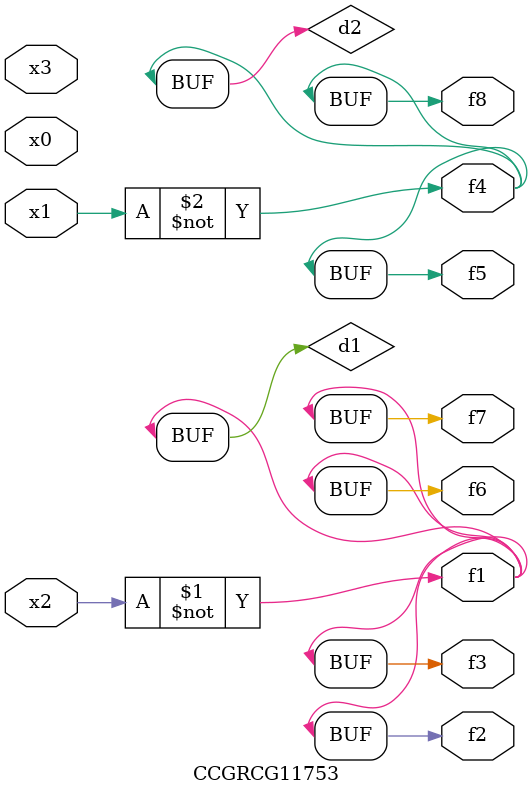
<source format=v>
module CCGRCG11753(
	input x0, x1, x2, x3,
	output f1, f2, f3, f4, f5, f6, f7, f8
);

	wire d1, d2;

	xnor (d1, x2);
	not (d2, x1);
	assign f1 = d1;
	assign f2 = d1;
	assign f3 = d1;
	assign f4 = d2;
	assign f5 = d2;
	assign f6 = d1;
	assign f7 = d1;
	assign f8 = d2;
endmodule

</source>
